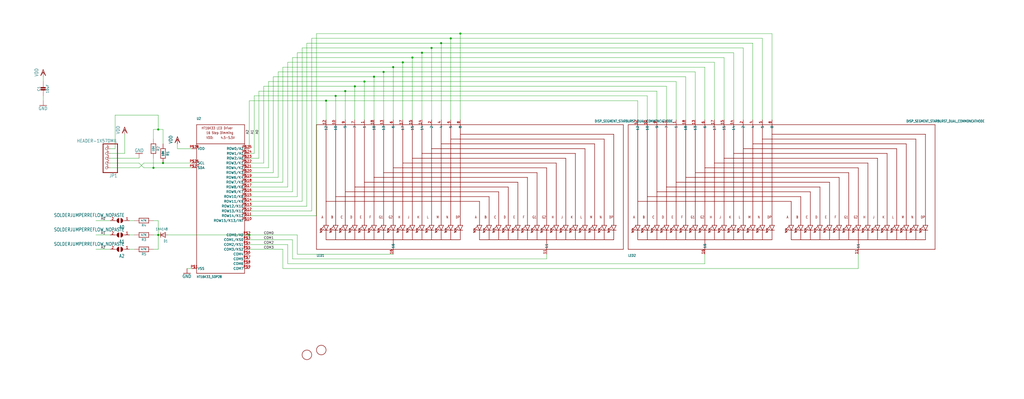
<source format=kicad_sch>
(kicad_sch (version 20211123) (generator eeschema)
  (paper "User" 542.442 211.404)
  (lib_symbols
    (symbol "Adafruit 0.54 Alphanumeric v0.1-eagle-import:CAP_CERAMIC0805-NOOUTLINE"
      (property "Reference" "C" (at -2.29 1.25 90))
      (property "Value" "CAP_CERAMIC0805-NOOUTLINE" (at 2.3 1.25 90))
      (symbol "CAP_CERAMIC0805-NOOUTLINE_1_0"
        (pin passive line (at 0 5.08 270) (length 2.54) (name "1") (number "1"))
        (pin passive line (at 0 -2.54 90) (length 2.54) (name "2") (number "2"))
      )
    )
    (symbol "Adafruit 0.54 Alphanumeric v0.1-eagle-import:DIODESOD-323F"
      (property "Reference" "D" (at -2.54 2.54 0))
      (property "Value" "DIODESOD-323F" (at -2.54 -3.81 0))
      (symbol "DIODESOD-323F_1_0"
        (pin passive line (at -2.54 0 0) (length 2.54) (name "A") (number "A"))
        (pin passive line (at 2.54 0 180) (length 2.54) (name "C") (number "C"))
      )
    )
    (symbol "Adafruit 0.54 Alphanumeric v0.1-eagle-import:DISP_SEGMENT_STARBURST_DUAL_COMMONCATHODE"
      (property "Reference" "LED" (at -81.28 38.1 0))
      (property "Value" "DISP_SEGMENT_STARBURST_DUAL_COMMONCATHODE" (at 66.04 -33.02 0))
      (symbol "DISP_SEGMENT_STARBURST_DUAL_COMMONCATHODE_1_0"
        (text "A" (at -78.74 17.78 0) (effects (font (size 1.27 1.0795)) (justify left bottom)))
        (text "A" (at 2.54 17.78 0) (effects (font (size 1.27 1.0795)) (justify left bottom)))
        (text "B" (at -73.66 17.78 0) (effects (font (size 1.27 1.0795)) (justify left bottom)))
        (text "B" (at 7.62 17.78 0) (effects (font (size 1.27 1.0795)) (justify left bottom)))
        (text "C" (at -68.58 17.78 0) (effects (font (size 1.27 1.0795)) (justify left bottom)))
        (text "C" (at 12.7 17.78 0) (effects (font (size 1.27 1.0795)) (justify left bottom)))
        (text "D" (at -63.5 17.78 0) (effects (font (size 1.27 1.0795)) (justify left bottom)))
        (text "D" (at 17.78 17.78 0) (effects (font (size 1.27 1.0795)) (justify left bottom)))
        (text "DP" (at -7.62 17.78 0) (effects (font (size 1.27 1.0795)) (justify left bottom)))
        (text "DP" (at 73.66 17.78 0) (effects (font (size 1.27 1.0795)) (justify left bottom)))
        (text "E" (at -58.42 17.78 0) (effects (font (size 1.27 1.0795)) (justify left bottom)))
        (text "E" (at 22.86 17.78 0) (effects (font (size 1.27 1.0795)) (justify left bottom)))
        (text "F" (at -53.34 17.78 0) (effects (font (size 1.27 1.0795)) (justify left bottom)))
        (text "F" (at 27.94 17.78 0) (effects (font (size 1.27 1.0795)) (justify left bottom)))
        (text "G1" (at -48.26 17.78 0) (effects (font (size 1.27 1.0795)) (justify left bottom)))
        (text "G1" (at 33.02 17.78 0) (effects (font (size 1.27 1.0795)) (justify left bottom)))
        (text "G2" (at -43.18 17.78 0) (effects (font (size 1.27 1.0795)) (justify left bottom)))
        (text "G2" (at 38.1 17.78 0) (effects (font (size 1.27 1.0795)) (justify left bottom)))
        (text "H" (at -38.1 17.78 0) (effects (font (size 1.27 1.0795)) (justify left bottom)))
        (text "H" (at 43.18 17.78 0) (effects (font (size 1.27 1.0795)) (justify left bottom)))
        (text "J" (at -33.02 17.78 0) (effects (font (size 1.27 1.0795)) (justify left bottom)))
        (text "J" (at 48.26 17.78 0) (effects (font (size 1.27 1.0795)) (justify left bottom)))
        (text "K" (at -27.94 17.78 0) (effects (font (size 1.27 1.0795)) (justify left bottom)))
        (text "K" (at 53.34 17.78 0) (effects (font (size 1.27 1.0795)) (justify left bottom)))
        (text "L" (at -22.86 17.78 0) (effects (font (size 1.27 1.0795)) (justify left bottom)))
        (text "L" (at 58.42 17.78 0) (effects (font (size 1.27 1.0795)) (justify left bottom)))
        (text "M" (at -17.78 17.78 0) (effects (font (size 1.27 1.0795)) (justify left bottom)))
        (text "M" (at 63.5 17.78 0) (effects (font (size 1.27 1.0795)) (justify left bottom)))
        (text "N" (at -12.7 17.78 0) (effects (font (size 1.27 1.0795)) (justify left bottom)))
        (text "N" (at 68.58 17.78 0) (effects (font (size 1.27 1.0795)) (justify left bottom)))
        (pin bidirectional line (at -55.88 -33.02 90) (length 2.54) (name "1") (number "1"))
        (pin bidirectional line (at -71.12 -33.02 90) (length 2.54) (name "10") (number "10"))
        (pin bidirectional line (at 40.64 38.1 270) (length 2.54) (name "11") (number "11"))
        (pin bidirectional line (at -76.2 -33.02 90) (length 2.54) (name "12") (number "12"))
        (pin bidirectional line (at -45.72 -33.02 90) (length 2.54) (name "13") (number "13"))
        (pin bidirectional line (at -25.4 -33.02 90) (length 2.54) (name "14") (number "14"))
        (pin bidirectional line (at -30.48 -33.02 90) (length 2.54) (name "15") (number "15"))
        (pin bidirectional line (at -40.64 38.1 270) (length 2.54) (name "16") (number "16"))
        (pin bidirectional line (at -35.56 -33.02 90) (length 2.54) (name "17") (number "17"))
        (pin bidirectional line (at -50.8 -33.02 90) (length 2.54) (name "18") (number "18"))
        (pin bidirectional line (at -20.32 -33.02 90) (length 2.54) (name "2") (number "2"))
        (pin bidirectional line (at -15.24 -33.02 90) (length 2.54) (name "4") (number "4"))
        (pin bidirectional line (at -10.16 -33.02 90) (length 2.54) (name "5") (number "5"))
        (pin bidirectional line (at -40.64 -33.02 90) (length 2.54) (name "6") (number "6"))
        (pin bidirectional line (at -60.96 -33.02 90) (length 2.54) (name "7") (number "7"))
        (pin bidirectional line (at -5.08 -33.02 90) (length 2.54) (name "8") (number "8"))
        (pin bidirectional line (at -66.04 -33.02 90) (length 2.54) (name "9") (number "9"))
      )
    )
    (symbol "Adafruit 0.54 Alphanumeric v0.1-eagle-import:FIDUCIAL")
    (symbol "Adafruit 0.54 Alphanumeric v0.1-eagle-import:GND" (power)
      (property "Value" "GND" (at -2.54 -2.54 0))
      (symbol "GND_1_0"
        (pin power_in line (at 0 2.54 270) (length 2.54) (name "GND") (number "1"))
      )
    )
    (symbol "Adafruit 0.54 Alphanumeric v0.1-eagle-import:HEADER-1X570MIL"
      (property "Reference" "JP" (at -6.35 8.255 0))
      (property "Value" "HEADER-1X570MIL" (at -6.35 -10.16 0))
      (symbol "HEADER-1X570MIL_1_0"
        (pin passive inverted (at -2.54 5.08 0) (length 2.54) (name "1") (number "1"))
        (pin passive inverted (at -2.54 2.54 0) (length 2.54) (name "2") (number "2"))
        (pin passive inverted (at -2.54 0 0) (length 2.54) (name "3") (number "3"))
        (pin passive inverted (at -2.54 -2.54 0) (length 2.54) (name "4") (number "4"))
        (pin passive inverted (at -2.54 -5.08 0) (length 2.54) (name "5") (number "5"))
      )
    )
    (symbol "Adafruit 0.54 Alphanumeric v0.1-eagle-import:HT16K33_SOP28"
      (property "Reference" "U" (at -12.7 40.64 0))
      (property "Value" "HT16K33_SOP28" (at -12.7 -43.18 0))
      (symbol "HT16K33_SOP28_1_0"
        (text "16 Step Dimming" (at -7.62 33.02 0) (effects (font (size 1.27 1.0795)) (justify left bottom)))
        (text "4.5-5.5V" (at 0 30.48 0) (effects (font (size 1.27 1.0795)) (justify left bottom)))
        (text "HT16K33 LED Driver" (at -10.16 35.56 0) (effects (font (size 1.27 1.0795)) (justify left bottom)))
        (text "VDD:" (at -7.62 30.48 0) (effects (font (size 1.27 1.0795)) (justify left bottom)))
        (pin bidirectional line (at -15.24 -38.1 0) (length 2.54) (name "VSS") (number "P$1"))
        (pin bidirectional line (at 15.24 -12.7 180) (length 2.54) (name "ROW15/K13/INT") (number "P$10"))
        (pin bidirectional line (at 15.24 -10.16 180) (length 2.54) (name "ROW14/K12") (number "P$11"))
        (pin bidirectional line (at 15.24 -7.62 180) (length 2.54) (name "ROW13/K11") (number "P$12"))
        (pin bidirectional line (at 15.24 -5.08 180) (length 2.54) (name "ROW12/K10") (number "P$13"))
        (pin bidirectional line (at 15.24 -2.54 180) (length 2.54) (name "ROW11/K9") (number "P$14"))
        (pin bidirectional line (at 15.24 0 180) (length 2.54) (name "ROW10/K8") (number "P$15"))
        (pin bidirectional line (at 15.24 2.54 180) (length 2.54) (name "ROW9/K7") (number "P$16"))
        (pin bidirectional line (at 15.24 5.08 180) (length 2.54) (name "ROW8/K6") (number "P$17"))
        (pin bidirectional line (at 15.24 7.62 180) (length 2.54) (name "ROW7/K5") (number "P$18"))
        (pin bidirectional line (at 15.24 10.16 180) (length 2.54) (name "ROW6/K4") (number "P$19"))
        (pin bidirectional line (at 15.24 -20.32 180) (length 2.54) (name "COM0/AD") (number "P$2"))
        (pin bidirectional line (at 15.24 12.7 180) (length 2.54) (name "ROW5/K3") (number "P$20"))
        (pin bidirectional line (at 15.24 15.24 180) (length 2.54) (name "ROW4/K2") (number "P$21"))
        (pin bidirectional line (at 15.24 17.78 180) (length 2.54) (name "ROW3/K1") (number "P$22"))
        (pin bidirectional line (at 15.24 20.32 180) (length 2.54) (name "ROW2/A0") (number "P$23"))
        (pin bidirectional line (at 15.24 22.86 180) (length 2.54) (name "ROW1/A1") (number "P$24"))
        (pin bidirectional line (at 15.24 25.4 180) (length 2.54) (name "ROW0/A2") (number "P$25"))
        (pin bidirectional line (at -15.24 17.78 0) (length 2.54) (name "SCL") (number "P$26"))
        (pin bidirectional line (at -15.24 15.24 0) (length 2.54) (name "SDA") (number "P$27"))
        (pin bidirectional line (at -15.24 25.4 0) (length 2.54) (name "VDD") (number "P$28"))
        (pin bidirectional line (at 15.24 -22.86 180) (length 2.54) (name "COM1/KS0") (number "P$3"))
        (pin bidirectional line (at 15.24 -25.4 180) (length 2.54) (name "COM2/KS1") (number "P$4"))
        (pin bidirectional line (at 15.24 -27.94 180) (length 2.54) (name "COM3/KS2") (number "P$5"))
        (pin bidirectional line (at 15.24 -30.48 180) (length 2.54) (name "COM4") (number "P$6"))
        (pin bidirectional line (at 15.24 -33.02 180) (length 2.54) (name "COM5") (number "P$7"))
        (pin bidirectional line (at 15.24 -35.56 180) (length 2.54) (name "COM6") (number "P$8"))
        (pin bidirectional line (at 15.24 -38.1 180) (length 2.54) (name "COM7") (number "P$9"))
      )
    )
    (symbol "Adafruit 0.54 Alphanumeric v0.1-eagle-import:RESISTOR0805_NOOUTLINE"
      (property "Reference" "R" (at 0 2.54 0))
      (property "Value" "RESISTOR0805_NOOUTLINE" (at 0 0 0))
      (symbol "RESISTOR0805_NOOUTLINE_1_0"
        (pin passive line (at -5.08 0 0) (length 2.54) (name "1") (number "1"))
        (pin passive line (at 5.08 0 180) (length 2.54) (name "2") (number "2"))
      )
    )
    (symbol "Adafruit 0.54 Alphanumeric v0.1-eagle-import:SOLDERJUMPERREFLOW_NOPASTE"
      (property "Reference" "SJ" (at -2.54 2.54 0))
      (property "Value" "SOLDERJUMPERREFLOW_NOPASTE" (at -2.54 -3.81 0))
      (symbol "SOLDERJUMPERREFLOW_NOPASTE_1_0"
        (pin passive line (at -5.08 0 0) (length 2.54) (name "1") (number "1"))
        (pin passive line (at 5.08 0 180) (length 2.54) (name "2") (number "2"))
      )
    )
    (symbol "Adafruit 0.54 Alphanumeric v0.1-eagle-import:VDD" (power)
      (property "Value" "VDD" (at -2.54 -2.54 90))
      (symbol "VDD_1_0"
        (pin power_in line (at 0 -2.54 90) (length 2.54) (name "VDD") (number "1"))
      )
    )
  )
  (junction (at 233.68 22.86))
  (junction (at 172.72 53.34))
  (junction (at 203.2 38.1))
  (junction (at 243.84 17.78))
  (junction (at 182.88 48.26))
  (junction (at 228.6 25.4))
  (junction (at 83.82 68.58))
  (junction (at 208.28 35.56))
  (junction (at 86.36 86.36))
  (junction (at 223.52 27.94))
  (junction (at 218.44 30.48))
  (junction (at 132.08 124.46))
  (junction (at 213.36 33.02))
  (junction (at 198.12 40.64))
  (junction (at 81.28 88.9))
  (junction (at 238.76 20.32))
  (junction (at 83.82 124.46))
  (junction (at 177.8 50.8))
  (junction (at 193.04 43.18))
  (junction (at 187.96 45.72))
  (wire (pts (xy 71.12 116.84) (xy 68.58 116.84)))
  (wire (pts (xy 101.6 88.9) (xy 81.28 88.9)))
  (wire (pts (xy 81.28 73.66) (xy 81.28 68.58)))
  (wire (pts (xy 132.08 106.68) (xy 160.02 106.68)))
  (wire (pts (xy 177.8 50.8) (xy 342.9 50.8)))
  (wire (pts (xy 193.04 43.18) (xy 193.04 63.5)))
  (wire (pts (xy 83.82 60.96) (xy 60.96 60.96)))
  (wire (pts (xy 368.3 38.1) (xy 368.3 63.5)))
  (wire (pts (xy 167.64 114.3) (xy 167.64 17.78)))
  (wire (pts (xy 132.08 109.22) (xy 162.56 109.22)))
  (wire (pts (xy 154.94 30.48) (xy 218.44 30.48)))
  (wire (pts (xy 154.94 137.16) (xy 289.56 137.16)))
  (wire (pts (xy 137.16 83.82) (xy 137.16 48.26)))
  (wire (pts (xy 157.48 27.94) (xy 223.52 27.94)))
  (wire (pts (xy 76.2 88.9) (xy 81.28 88.9)))
  (wire (pts (xy 238.76 20.32) (xy 403.86 20.32)))
  (wire (pts (xy 152.4 99.06) (xy 152.4 33.02)))
  (wire (pts (xy 50.8 116.84) (xy 58.42 116.84)))
  (wire (pts (xy 99.06 142.24) (xy 101.6 142.24)))
  (wire (pts (xy 223.52 27.94) (xy 388.62 27.94)))
  (wire (pts (xy 160.02 106.68) (xy 160.02 25.4)))
  (wire (pts (xy 132.08 132.08) (xy 149.86 132.08)))
  (wire (pts (xy 157.48 104.14) (xy 157.48 27.94)))
  (wire (pts (xy 289.56 137.16) (xy 289.56 134.62)))
  (wire (pts (xy 187.96 45.72) (xy 187.96 63.5)))
  (wire (pts (xy 132.08 93.98) (xy 147.32 93.98)))
  (wire (pts (xy 22.86 40.64) (xy 22.86 43.18)))
  (wire (pts (xy 132.08 104.14) (xy 157.48 104.14)))
  (wire (pts (xy 152.4 129.54) (xy 152.4 139.7)))
  (wire (pts (xy 132.08 101.6) (xy 154.94 101.6)))
  (wire (pts (xy 398.78 22.86) (xy 398.78 63.5)))
  (wire (pts (xy 243.84 17.78) (xy 243.84 63.5)))
  (wire (pts (xy 134.62 81.28) (xy 134.62 50.8)))
  (wire (pts (xy 388.62 27.94) (xy 388.62 63.5)))
  (wire (pts (xy 58.42 86.36) (xy 73.66 86.36)))
  (wire (pts (xy 233.68 22.86) (xy 233.68 63.5)))
  (wire (pts (xy 58.42 132.08) (xy 50.8 132.08)))
  (wire (pts (xy 132.08 96.52) (xy 149.86 96.52)))
  (wire (pts (xy 132.08 53.34) (xy 172.72 53.34)))
  (wire (pts (xy 81.28 116.84) (xy 83.82 116.84)))
  (wire (pts (xy 132.08 78.74) (xy 132.08 53.34)))
  (wire (pts (xy 208.28 35.56) (xy 373.38 35.56)))
  (wire (pts (xy 81.28 124.46) (xy 83.82 124.46)))
  (wire (pts (xy 149.86 96.52) (xy 149.86 35.56)))
  (wire (pts (xy 132.08 114.3) (xy 167.64 114.3)))
  (wire (pts (xy 373.38 35.56) (xy 373.38 63.5)))
  (wire (pts (xy 172.72 53.34) (xy 337.82 53.34)))
  (wire (pts (xy 132.08 129.54) (xy 152.4 129.54)))
  (wire (pts (xy 152.4 139.7) (xy 373.38 139.7)))
  (wire (pts (xy 218.44 30.48) (xy 383.54 30.48)))
  (wire (pts (xy 218.44 30.48) (xy 218.44 63.5)))
  (wire (pts (xy 149.86 132.08) (xy 149.86 142.24)))
  (wire (pts (xy 147.32 38.1) (xy 203.2 38.1)))
  (wire (pts (xy 373.38 139.7) (xy 373.38 134.62)))
  (wire (pts (xy 347.98 48.26) (xy 347.98 63.5)))
  (wire (pts (xy 132.08 88.9) (xy 142.24 88.9)))
  (wire (pts (xy 132.08 127) (xy 154.94 127)))
  (wire (pts (xy 73.66 88.9) (xy 58.42 88.9)))
  (wire (pts (xy 157.48 124.46) (xy 157.48 134.62)))
  (wire (pts (xy 76.2 86.36) (xy 73.66 88.9)))
  (wire (pts (xy 60.96 60.96) (xy 60.96 78.74)))
  (wire (pts (xy 83.82 132.08) (xy 83.82 124.46)))
  (wire (pts (xy 149.86 35.56) (xy 208.28 35.56)))
  (wire (pts (xy 182.88 48.26) (xy 182.88 63.5)))
  (wire (pts (xy 337.82 53.34) (xy 337.82 63.5)))
  (wire (pts (xy 182.88 48.26) (xy 347.98 48.26)))
  (wire (pts (xy 177.8 50.8) (xy 177.8 63.5)))
  (wire (pts (xy 403.86 20.32) (xy 403.86 63.5)))
  (wire (pts (xy 172.72 53.34) (xy 172.72 63.5)))
  (wire (pts (xy 58.42 81.28) (xy 66.04 81.28)))
  (wire (pts (xy 144.78 40.64) (xy 198.12 40.64)))
  (wire (pts (xy 358.14 43.18) (xy 358.14 63.5)))
  (wire (pts (xy 342.9 50.8) (xy 342.9 63.5)))
  (wire (pts (xy 144.78 91.44) (xy 144.78 40.64)))
  (wire (pts (xy 203.2 38.1) (xy 203.2 63.5)))
  (wire (pts (xy 142.24 43.18) (xy 193.04 43.18)))
  (wire (pts (xy 162.56 109.22) (xy 162.56 22.86)))
  (wire (pts (xy 81.28 132.08) (xy 83.82 132.08)))
  (wire (pts (xy 132.08 91.44) (xy 144.78 91.44)))
  (wire (pts (xy 363.22 40.64) (xy 363.22 63.5)))
  (wire (pts (xy 157.48 134.62) (xy 208.28 134.62)))
  (wire (pts (xy 378.46 33.02) (xy 378.46 63.5)))
  (wire (pts (xy 142.24 88.9) (xy 142.24 43.18)))
  (wire (pts (xy 83.82 124.46) (xy 83.82 116.84)))
  (wire (pts (xy 187.96 45.72) (xy 353.06 45.72)))
  (wire (pts (xy 147.32 93.98) (xy 147.32 38.1)))
  (wire (pts (xy 160.02 25.4) (xy 228.6 25.4)))
  (wire (pts (xy 132.08 111.76) (xy 165.1 111.76)))
  (wire (pts (xy 93.98 78.74) (xy 93.98 76.2)))
  (wire (pts (xy 137.16 48.26) (xy 182.88 48.26)))
  (wire (pts (xy 454.66 142.24) (xy 454.66 134.62)))
  (wire (pts (xy 132.08 81.28) (xy 134.62 81.28)))
  (wire (pts (xy 132.08 83.82) (xy 137.16 83.82)))
  (wire (pts (xy 81.28 88.9) (xy 81.28 83.82)))
  (wire (pts (xy 213.36 33.02) (xy 213.36 63.5)))
  (wire (pts (xy 238.76 20.32) (xy 238.76 63.5)))
  (wire (pts (xy 134.62 50.8) (xy 177.8 50.8)))
  (wire (pts (xy 154.94 101.6) (xy 154.94 30.48)))
  (wire (pts (xy 139.7 45.72) (xy 187.96 45.72)))
  (wire (pts (xy 208.28 35.56) (xy 208.28 63.5)))
  (wire (pts (xy 383.54 30.48) (xy 383.54 63.5)))
  (wire (pts (xy 228.6 25.4) (xy 393.7 25.4)))
  (wire (pts (xy 22.86 53.34) (xy 22.86 50.8)))
  (wire (pts (xy 81.28 68.58) (xy 83.82 68.58)))
  (wire (pts (xy 83.82 68.58) (xy 83.82 60.96)))
  (wire (pts (xy 162.56 22.86) (xy 233.68 22.86)))
  (wire (pts (xy 132.08 99.06) (xy 152.4 99.06)))
  (wire (pts (xy 71.12 124.46) (xy 68.58 124.46)))
  (wire (pts (xy 86.36 86.36) (xy 76.2 86.36)))
  (wire (pts (xy 165.1 111.76) (xy 165.1 20.32)))
  (wire (pts (xy 198.12 40.64) (xy 198.12 63.5)))
  (wire (pts (xy 88.9 124.46) (xy 132.08 124.46)))
  (wire (pts (xy 203.2 38.1) (xy 368.3 38.1)))
  (wire (pts (xy 353.06 45.72) (xy 353.06 63.5)))
  (wire (pts (xy 193.04 43.18) (xy 358.14 43.18)))
  (wire (pts (xy 83.82 68.58) (xy 86.36 68.58)))
  (wire (pts (xy 139.7 86.36) (xy 139.7 45.72)))
  (wire (pts (xy 86.36 68.58) (xy 86.36 76.2)))
  (wire (pts (xy 101.6 78.74) (xy 93.98 78.74)))
  (wire (pts (xy 132.08 124.46) (xy 157.48 124.46)))
  (wire (pts (xy 60.96 78.74) (xy 58.42 78.74)))
  (wire (pts (xy 152.4 33.02) (xy 213.36 33.02)))
  (wire (pts (xy 408.94 17.78) (xy 408.94 63.5)))
  (wire (pts (xy 393.7 25.4) (xy 393.7 63.5)))
  (wire (pts (xy 73.66 83.82) (xy 58.42 83.82)))
  (wire (pts (xy 66.04 71.12) (xy 66.04 81.28)))
  (wire (pts (xy 101.6 86.36) (xy 86.36 86.36)))
  (wire (pts (xy 58.42 124.46) (xy 50.8 124.46)))
  (wire (pts (xy 132.08 86.36) (xy 139.7 86.36)))
  (wire (pts (xy 213.36 33.02) (xy 378.46 33.02)))
  (wire (pts (xy 71.12 132.08) (xy 68.58 132.08)))
  (wire (pts (xy 198.12 40.64) (xy 363.22 40.64)))
  (wire (pts (xy 149.86 142.24) (xy 454.66 142.24)))
  (wire (pts (xy 154.94 127) (xy 154.94 137.16)))
  (wire (pts (xy 243.84 17.78) (xy 408.94 17.78)))
  (wire (pts (xy 228.6 25.4) (xy 228.6 63.5)))
  (wire (pts (xy 73.66 86.36) (xy 76.2 88.9)))
  (wire (pts (xy 233.68 22.86) (xy 398.78 22.86)))
  (wire (pts (xy 165.1 20.32) (xy 238.76 20.32)))
  (wire (pts (xy 167.64 17.78) (xy 243.84 17.78)))
  (wire (pts (xy 223.52 27.94) (xy 223.52 63.5)))
  (label "COM1" (at 139.7 127 0) (effects (font (size 1.2446 1.2446))))
  (label "A0" (at 55.88 116.84 180) (effects (font (size 1.2446 1.2446))))
  (label "A1" (at 55.88 124.46 180) (effects (font (size 1.2446 1.2446))))
  (label "A2" (at 132.08 71.12 90) (effects (font (size 1.2446 1.2446))))
  (label "A1" (at 134.62 71.12 90) (effects (font (size 1.2446 1.2446))))
  (label "COM2" (at 139.7 129.54 0) (effects (font (size 1.2446 1.2446))))
  (label "A0" (at 137.16 71.12 90) (effects (font (size 1.2446 1.2446))))
  (label "COM0" (at 139.7 124.46 0) (effects (font (size 1.2446 1.2446))))
  (label "COM3" (at 139.7 132.08 0) (effects (font (size 1.2446 1.2446))))
  (label "A2" (at 55.88 132.08 180) (effects (font (size 1.2446 1.2446))))
  (symbol (lib_id "Adafruit 0.54 Alphanumeric v0.1-eagle-import:RESISTOR0805_NOOUTLINE") (at 76.2 116.84 180)
    (property "Reference" "R4" (at 76.2 119.38 0))
    (property "Value" "47K" (at 76.2 116.84 0) (effects (font (size 1.016 1.016) bold)))
    (property "Footprint" "Adafruit 0.54 Alphanumeric v0.1:0805-NO" (effects hide))
  )
  (symbol (lib_id "Adafruit 0.54 Alphanumeric v0.1-eagle-import:DISP_SEGMENT_STARBURST_DUAL_COMMONCATHODE") (at 414.02 96.52 0) (mirror x)
    (property "Reference" "LED2" (at 332.74 134.62 0) (effects (font (size 1.27 1.0795)) (justify left bottom)))
    (property "Value" "DISP_SEGMENT_STARBURST_DUAL_COMMONCATHODE" (at 480.06 63.5 0) (effects (font (size 1.27 1.0795)) (justify left bottom)))
    (property "Footprint" "Adafruit 0.54 Alphanumeric v0.1:SEGMENT_STARTBUST_DUAL_KWA-541CBB" (effects hide))
  )
  (symbol (lib_id "Adafruit 0.54 Alphanumeric v0.1-eagle-import:RESISTOR0805_NOOUTLINE") (at 81.28 78.74 270)
    (property "Reference" "R2" (at 83.82 78.74 0))
    (property "Value" "10K" (at 81.28 78.74 0) (effects (font (size 1.016 1.016) bold)))
    (property "Footprint" "Adafruit 0.54 Alphanumeric v0.1:0805-NO" (effects hide))
  )
  (symbol (lib_id "Adafruit 0.54 Alphanumeric v0.1-eagle-import:VDD") (at 22.86 38.1 0) (unit 1)
    (property "Reference" "#VDD5" (effects hide))
    (property "Value" "VDD" (at 20.32 40.64 90) (effects (font (size 1.778 1.5113)) (justify left bottom)))
    (property "Footprint" "Adafruit 0.54 Alphanumeric v0.1:" (effects hide))
  )
  (symbol (lib_id "Adafruit 0.54 Alphanumeric v0.1-eagle-import:GND") (at 99.06 144.78 0) (unit 1)
    (property "Reference" "#GND5" (effects hide))
    (property "Value" "GND" (at 96.52 147.32 0) (effects (font (size 1.778 1.5113)) (justify left bottom)))
    (property "Footprint" "Adafruit 0.54 Alphanumeric v0.1:" (effects hide))
  )
  (symbol (lib_id "Adafruit 0.54 Alphanumeric v0.1-eagle-import:RESISTOR0805_NOOUTLINE") (at 86.36 81.28 270)
    (property "Reference" "R1" (at 88.9 81.28 0))
    (property "Value" "10K" (at 86.36 81.28 0) (effects (font (size 1.016 1.016) bold)))
    (property "Footprint" "Adafruit 0.54 Alphanumeric v0.1:0805-NO" (effects hide))
  )
  (symbol (lib_id "Adafruit 0.54 Alphanumeric v0.1-eagle-import:SOLDERJUMPERREFLOW_NOPASTE") (at 63.5 124.46 180)
    (property "Reference" "A1" (at 66.04 127 0) (effects (font (size 1.778 1.5113)) (justify left bottom)))
    (property "Value" "SOLDERJUMPERREFLOW_NOPASTE" (at 66.04 120.65 0) (effects (font (size 1.778 1.5113)) (justify left bottom)))
    (property "Footprint" "Adafruit 0.54 Alphanumeric v0.1:SOLDERJUMPER_REFLOW_NOPASTE" (effects hide))
  )
  (symbol (lib_id "Adafruit 0.54 Alphanumeric v0.1-eagle-import:GND") (at 73.66 81.28 180) (unit 1)
    (property "Reference" "#GND2" (effects hide))
    (property "Value" "GND" (at 76.2 78.74 0) (effects (font (size 1.778 1.5113)) (justify left bottom)))
    (property "Footprint" "Adafruit 0.54 Alphanumeric v0.1:" (effects hide))
  )
  (symbol (lib_id "Adafruit 0.54 Alphanumeric v0.1-eagle-import:FIDUCIAL") (at 170.18 185.42 0) (unit 1)
    (property "Reference" "U$2" (effects hide))
    (property "Value" "FIDUCIAL" (effects hide))
    (property "Footprint" "Adafruit 0.54 Alphanumeric v0.1:FIDUCIAL_1MM" (effects hide))
  )
  (symbol (lib_id "Adafruit 0.54 Alphanumeric v0.1-eagle-import:FIDUCIAL") (at 162.56 187.96 0) (unit 1)
    (property "Reference" "U$1" (effects hide))
    (property "Value" "FIDUCIAL" (effects hide))
    (property "Footprint" "Adafruit 0.54 Alphanumeric v0.1:FIDUCIAL_1MM" (effects hide))
  )
  (symbol (lib_id "Adafruit 0.54 Alphanumeric v0.1-eagle-import:VDD") (at 93.98 73.66 0) (unit 1)
    (property "Reference" "#VDD1" (effects hide))
    (property "Value" "VDD" (at 91.44 76.2 90) (effects (font (size 1.778 1.5113)) (justify left bottom)))
    (property "Footprint" "Adafruit 0.54 Alphanumeric v0.1:" (effects hide))
  )
  (symbol (lib_id "Adafruit 0.54 Alphanumeric v0.1-eagle-import:DISP_SEGMENT_STARBURST_DUAL_COMMONCATHODE") (at 248.92 96.52 0) (mirror x)
    (property "Reference" "LED1" (at 167.64 134.62 0) (effects (font (size 1.27 1.0795)) (justify left bottom)))
    (property "Value" "DISP_SEGMENT_STARBURST_DUAL_COMMONCATHODE" (at 314.96 63.5 0) (effects (font (size 1.27 1.0795)) (justify left bottom)))
    (property "Footprint" "Adafruit 0.54 Alphanumeric v0.1:SEGMENT_STARTBUST_DUAL_KWA-541CBB" (effects hide))
  )
  (symbol (lib_id "Adafruit 0.54 Alphanumeric v0.1-eagle-import:DIODESOD-323F") (at 86.36 124.46 180)
    (property "Reference" "D1" (at 88.9 127 0) (effects (font (size 1.27 1.0795)) (justify left bottom)))
    (property "Value" "1N4148" (at 88.9 120.65 0) (effects (font (size 1.27 1.0795)) (justify left bottom)))
    (property "Footprint" "Adafruit 0.54 Alphanumeric v0.1:SOD-323F" (effects hide))
  )
  (symbol (lib_id "Adafruit 0.54 Alphanumeric v0.1-eagle-import:CAP_CERAMIC0805-NOOUTLINE") (at 22.86 48.26 0)
    (property "Reference" "C1" (at 20.57 47.01 90))
    (property "Value" "10uF" (at 25.16 47.01 90))
    (property "Footprint" "Adafruit 0.54 Alphanumeric v0.1:0805-NO" (effects hide))
  )
  (symbol (lib_id "Adafruit 0.54 Alphanumeric v0.1-eagle-import:GND") (at 22.86 55.88 0) (unit 1)
    (property "Reference" "#GND3" (effects hide))
    (property "Value" "GND" (at 20.32 58.42 0) (effects (font (size 1.778 1.5113)) (justify left bottom)))
    (property "Footprint" "Adafruit 0.54 Alphanumeric v0.1:" (effects hide))
  )
  (symbol (lib_id "Adafruit 0.54 Alphanumeric v0.1-eagle-import:VDD") (at 66.04 68.58 0) (unit 1)
    (property "Reference" "#VDD4" (effects hide))
    (property "Value" "VDD" (at 63.5 71.12 90) (effects (font (size 1.778 1.5113)) (justify left bottom)))
    (property "Footprint" "Adafruit 0.54 Alphanumeric v0.1:" (effects hide))
  )
  (symbol (lib_id "Adafruit 0.54 Alphanumeric v0.1-eagle-import:SOLDERJUMPERREFLOW_NOPASTE") (at 63.5 132.08 180)
    (property "Reference" "A2" (at 66.04 134.62 0) (effects (font (size 1.778 1.5113)) (justify left bottom)))
    (property "Value" "SOLDERJUMPERREFLOW_NOPASTE" (at 66.04 128.27 0) (effects (font (size 1.778 1.5113)) (justify left bottom)))
    (property "Footprint" "Adafruit 0.54 Alphanumeric v0.1:SOLDERJUMPER_REFLOW_NOPASTE" (effects hide))
  )
  (symbol (lib_id "Adafruit 0.54 Alphanumeric v0.1-eagle-import:RESISTOR0805_NOOUTLINE") (at 76.2 124.46 180)
    (property "Reference" "R3" (at 76.2 127 0))
    (property "Value" "47K" (at 76.2 124.46 0) (effects (font (size 1.016 1.016) bold)))
    (property "Footprint" "Adafruit 0.54 Alphanumeric v0.1:0805-NO" (effects hide))
  )
  (symbol (lib_id "Adafruit 0.54 Alphanumeric v0.1-eagle-import:SOLDERJUMPERREFLOW_NOPASTE") (at 63.5 116.84 180)
    (property "Reference" "A0" (at 66.04 119.38 0) (effects (font (size 1.778 1.5113)) (justify left bottom)))
    (property "Value" "SOLDERJUMPERREFLOW_NOPASTE" (at 66.04 113.03 0) (effects (font (size 1.778 1.5113)) (justify left bottom)))
    (property "Footprint" "Adafruit 0.54 Alphanumeric v0.1:SOLDERJUMPER_REFLOW_NOPASTE" (effects hide))
  )
  (symbol (lib_id "Adafruit 0.54 Alphanumeric v0.1-eagle-import:HEADER-1X570MIL") (at 55.88 83.82 180)
    (property "Reference" "JP1" (at 62.23 92.075 0) (effects (font (size 1.778 1.5113)) (justify left bottom)))
    (property "Value" "HEADER-1X570MIL" (at 62.23 73.66 0) (effects (font (size 1.778 1.5113)) (justify left bottom)))
    (property "Footprint" "Adafruit 0.54 Alphanumeric v0.1:1X05_ROUND_70" (effects hide))
  )
  (symbol (lib_id "Adafruit 0.54 Alphanumeric v0.1-eagle-import:HT16K33_SOP28") (at 116.84 104.14 0)
    (property "Reference" "U2" (at 104.14 63.5 0) (effects (font (size 1.27 1.0795)) (justify left bottom)))
    (property "Value" "HT16K33_SOP28" (at 104.14 147.32 0) (effects (font (size 1.27 1.0795)) (justify left bottom)))
    (property "Footprint" "Adafruit 0.54 Alphanumeric v0.1:SOP28_300MIL" (effects hide))
  )
  (symbol (lib_id "Adafruit 0.54 Alphanumeric v0.1-eagle-import:RESISTOR0805_NOOUTLINE") (at 76.2 132.08 180)
    (property "Reference" "R5" (at 76.2 134.62 0))
    (property "Value" "47K" (at 76.2 132.08 0) (effects (font (size 1.016 1.016) bold)))
    (property "Footprint" "Adafruit 0.54 Alphanumeric v0.1:0805-NO" (effects hide))
  )
)
</source>
